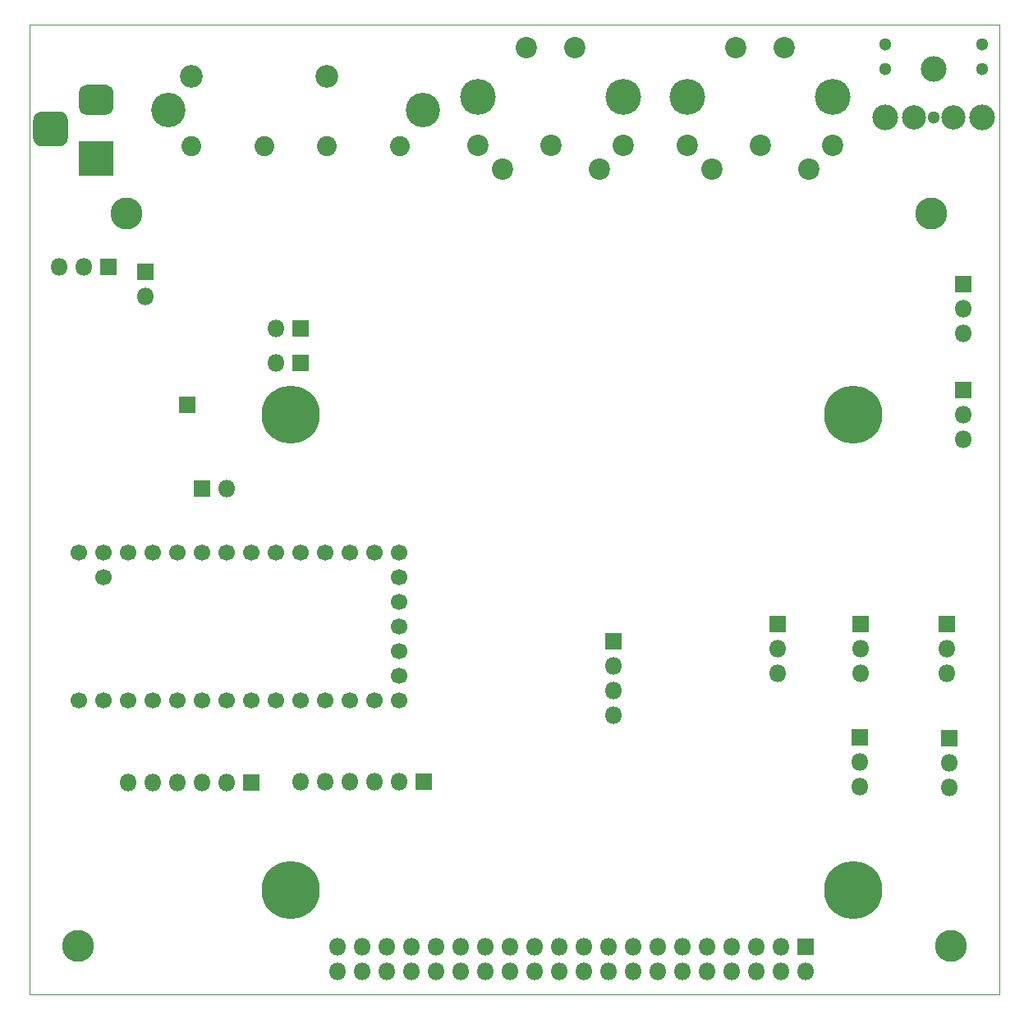
<source format=gbr>
%TF.GenerationSoftware,KiCad,Pcbnew,(5.1.6)-1*%
%TF.CreationDate,2020-12-29T12:28:21+01:00*%
%TF.ProjectId,AudioBoard,41756469-6f42-46f6-9172-642e6b696361,rev?*%
%TF.SameCoordinates,Original*%
%TF.FileFunction,Soldermask,Bot*%
%TF.FilePolarity,Negative*%
%FSLAX46Y46*%
G04 Gerber Fmt 4.6, Leading zero omitted, Abs format (unit mm)*
G04 Created by KiCad (PCBNEW (5.1.6)-1) date 2020-12-29 12:28:21*
%MOMM*%
%LPD*%
G01*
G04 APERTURE LIST*
%TA.AperFunction,Profile*%
%ADD10C,0.050000*%
%TD*%
%ADD11C,3.300000*%
%ADD12C,6.000000*%
%ADD13C,1.700000*%
%ADD14R,1.800000X1.800000*%
%ADD15O,1.800000X1.800000*%
%ADD16R,3.600000X3.600000*%
%ADD17C,3.548200*%
%ADD18C,2.350000*%
%ADD19C,2.050000*%
%ADD20C,3.685000*%
%ADD21C,2.200000*%
%ADD22C,2.650000*%
%ADD23C,2.500000*%
%ADD24C,1.300000*%
G04 APERTURE END LIST*
D10*
X50000000Y-150000000D02*
X50000000Y-50000000D01*
X50000000Y-50000000D02*
X150000000Y-50000000D01*
X150000000Y-150000000D02*
X50000000Y-150000000D01*
X150000000Y-50000000D02*
X150000000Y-150000000D01*
D11*
%TO.C,REF\u002A\u002A*%
X143000000Y-69500000D03*
%TD*%
%TO.C,REF\u002A\u002A*%
X60000000Y-69500000D03*
%TD*%
%TO.C,REF\u002A\u002A*%
X145000000Y-145000000D03*
%TD*%
%TO.C,REF\u002A\u002A*%
X55000000Y-145000000D03*
%TD*%
D12*
%TO.C,REF\u002A\u002A*%
X76962000Y-139192000D03*
X134962000Y-90192000D03*
X76962000Y-90192000D03*
X134962000Y-139192000D03*
%TD*%
D13*
%TO.C,U1*%
X55118000Y-119634000D03*
X57658000Y-119634000D03*
X60198000Y-119634000D03*
X62738000Y-119634000D03*
X65278000Y-119634000D03*
X67818000Y-119634000D03*
X70358000Y-119634000D03*
X72898000Y-119634000D03*
X75438000Y-119634000D03*
X77978000Y-119634000D03*
X80518000Y-119634000D03*
X83058000Y-119634000D03*
X85598000Y-119634000D03*
X57658000Y-106934000D03*
X55118000Y-104394000D03*
X57658000Y-104394000D03*
X60198000Y-104394000D03*
X62738000Y-104394000D03*
X65278000Y-104394000D03*
X67818000Y-104394000D03*
X70358000Y-104394000D03*
X72898000Y-104394000D03*
X75438000Y-104394000D03*
X77978000Y-104394000D03*
X80518000Y-104394000D03*
X83058000Y-104394000D03*
X85598000Y-104394000D03*
X88138000Y-119634000D03*
X88138000Y-117094000D03*
X88138000Y-114554000D03*
X88138000Y-104394000D03*
X88138000Y-106934000D03*
X88138000Y-109474000D03*
X88138000Y-112014000D03*
%TD*%
D14*
%TO.C,JP1*%
X58166000Y-74930000D03*
D15*
X55626000Y-74930000D03*
X53086000Y-74930000D03*
%TD*%
%TO.C,J5*%
G36*
G01*
X51296000Y-58954000D02*
X53096000Y-58954000D01*
G75*
G02*
X53996000Y-59854000I0J-900000D01*
G01*
X53996000Y-61654000D01*
G75*
G02*
X53096000Y-62554000I-900000J0D01*
G01*
X51296000Y-62554000D01*
G75*
G02*
X50396000Y-61654000I0J900000D01*
G01*
X50396000Y-59854000D01*
G75*
G02*
X51296000Y-58954000I900000J0D01*
G01*
G37*
G36*
G01*
X55871000Y-56204000D02*
X57921000Y-56204000D01*
G75*
G02*
X58696000Y-56979000I0J-775000D01*
G01*
X58696000Y-58529000D01*
G75*
G02*
X57921000Y-59304000I-775000J0D01*
G01*
X55871000Y-59304000D01*
G75*
G02*
X55096000Y-58529000I0J775000D01*
G01*
X55096000Y-56979000D01*
G75*
G02*
X55871000Y-56204000I775000J0D01*
G01*
G37*
D16*
X56896000Y-63754000D03*
%TD*%
D17*
%TO.C,J15*%
X90620000Y-58796000D03*
X64320000Y-58796000D03*
D18*
X66720000Y-55296000D03*
X80720000Y-55296000D03*
D19*
X66720000Y-62546000D03*
X74220000Y-62546000D03*
X80720000Y-62546000D03*
X88220000Y-62546000D03*
%TD*%
D15*
%TO.C,JP4*%
X61976000Y-77978000D03*
D14*
X61976000Y-75438000D03*
%TD*%
D15*
%TO.C,JP3*%
X75438000Y-84836000D03*
D14*
X77978000Y-84836000D03*
%TD*%
D15*
%TO.C,JP2*%
X75438000Y-81280000D03*
D14*
X77978000Y-81280000D03*
%TD*%
D20*
%TO.C,J14*%
X132866000Y-57404000D03*
X117856000Y-57404000D03*
D21*
X127861000Y-52404000D03*
X122861000Y-52404000D03*
X130366000Y-64904000D03*
X120356000Y-64904000D03*
X132866000Y-62414000D03*
X125361000Y-62414000D03*
X117856000Y-62414000D03*
%TD*%
D20*
%TO.C,J13*%
X111276000Y-57404000D03*
X96266000Y-57404000D03*
D21*
X106271000Y-52404000D03*
X101271000Y-52404000D03*
X108776000Y-64904000D03*
X98766000Y-64904000D03*
X111276000Y-62414000D03*
X103771000Y-62414000D03*
X96266000Y-62414000D03*
%TD*%
D15*
%TO.C,J11*%
X144624000Y-116872000D03*
X144624000Y-114332000D03*
D14*
X144624000Y-111792000D03*
%TD*%
D15*
%TO.C,J10*%
X144892000Y-128622000D03*
X144892000Y-126082000D03*
D14*
X144892000Y-123542000D03*
%TD*%
D15*
%TO.C,J9*%
X135748000Y-116872000D03*
X135748000Y-114332000D03*
D14*
X135748000Y-111792000D03*
%TD*%
D15*
%TO.C,J8*%
X135636000Y-128524000D03*
X135636000Y-125984000D03*
D14*
X135636000Y-123444000D03*
%TD*%
D15*
%TO.C,J7*%
X127126000Y-116872000D03*
X127126000Y-114332000D03*
D14*
X127126000Y-111792000D03*
%TD*%
D15*
%TO.C,J6*%
X146304000Y-81788000D03*
X146304000Y-79248000D03*
D14*
X146304000Y-76708000D03*
%TD*%
D15*
%TO.C,J4*%
X146304000Y-92710000D03*
X146304000Y-90170000D03*
D14*
X146304000Y-87630000D03*
%TD*%
D15*
%TO.C,J3*%
X110236000Y-121158000D03*
X110236000Y-118618000D03*
X110236000Y-116078000D03*
D14*
X110236000Y-113538000D03*
%TD*%
D15*
%TO.C,J2*%
X77978000Y-128016000D03*
X80518000Y-128016000D03*
X83058000Y-128016000D03*
X85598000Y-128016000D03*
X88138000Y-128016000D03*
D14*
X90678000Y-128016000D03*
%TD*%
D15*
%TO.C,J1*%
X60198000Y-128168400D03*
X62738000Y-128168400D03*
X65278000Y-128168400D03*
X67818000Y-128168400D03*
X70358000Y-128168400D03*
D14*
X72898000Y-128168400D03*
%TD*%
D22*
%TO.C,J16*%
X143256000Y-54538000D03*
X138256000Y-59538000D03*
X148256000Y-59538000D03*
D23*
X141256000Y-59538000D03*
X145256000Y-59538000D03*
D24*
X148256000Y-52038000D03*
X148256000Y-54538000D03*
X143256000Y-59538000D03*
X138256000Y-52038000D03*
X138256000Y-54538000D03*
%TD*%
D14*
%TO.C,JP5*%
X67818000Y-97790000D03*
D15*
X70358000Y-97790000D03*
%TD*%
D14*
%TO.C,J12*%
X130048000Y-145034000D03*
D15*
X130048000Y-147574000D03*
X127508000Y-145034000D03*
X127508000Y-147574000D03*
X124968000Y-145034000D03*
X124968000Y-147574000D03*
X122428000Y-145034000D03*
X122428000Y-147574000D03*
X119888000Y-145034000D03*
X119888000Y-147574000D03*
X117348000Y-145034000D03*
X117348000Y-147574000D03*
X114808000Y-145034000D03*
X114808000Y-147574000D03*
X112268000Y-145034000D03*
X112268000Y-147574000D03*
X109728000Y-145034000D03*
X109728000Y-147574000D03*
X107188000Y-145034000D03*
X107188000Y-147574000D03*
X104648000Y-145034000D03*
X104648000Y-147574000D03*
X102108000Y-145034000D03*
X102108000Y-147574000D03*
X99568000Y-145034000D03*
X99568000Y-147574000D03*
X97028000Y-145034000D03*
X97028000Y-147574000D03*
X94488000Y-145034000D03*
X94488000Y-147574000D03*
X91948000Y-145034000D03*
X91948000Y-147574000D03*
X89408000Y-145034000D03*
X89408000Y-147574000D03*
X86868000Y-145034000D03*
X86868000Y-147574000D03*
X84328000Y-145034000D03*
X84328000Y-147574000D03*
X81788000Y-145034000D03*
X81788000Y-147574000D03*
%TD*%
D14*
%TO.C,TP1*%
X66294000Y-89154000D03*
%TD*%
M02*

</source>
